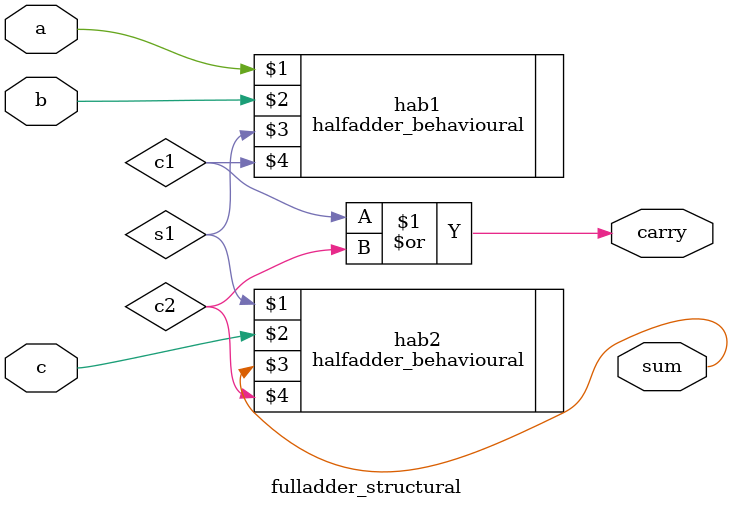
<source format=v>
module fulladder_structural(a, b, c, sum, carry);
input a, b, c;
output sum, carry;
wire s1, c1, c2;

halfadder_behavioural hab1(a, b, s1, c1);
halfadder_behavioural hab2(s1, c, sum, c2);
or(carry, c1, c2);
endmodule
</source>
